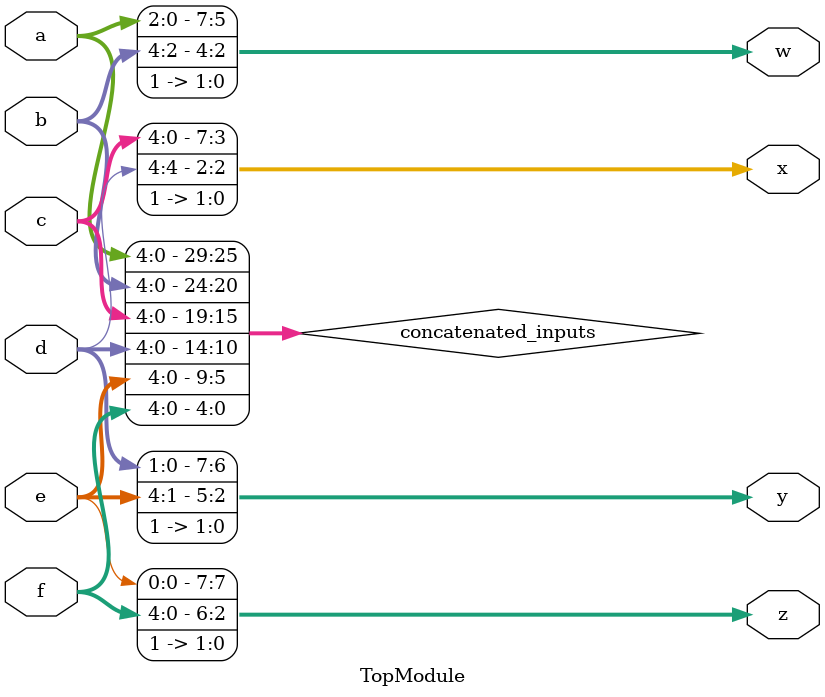
<source format=sv>
module TopModule (
    input  logic [4:0] a,
    input  logic [4:0] b,
    input  logic [4:0] c,
    input  logic [4:0] d,
    input  logic [4:0] e,
    input  logic [4:0] f,
    output logic [7:0] w,
    output logic [7:0] x,
    output logic [7:0] y,
    output logic [7:0] z
);
    logic [29:0] concatenated_inputs;

    assign concatenated_inputs = {a, b, c, d, e, f};

    assign w = {concatenated_inputs[29:22], 2'b11}; // w = bits 29 to 22 + 11
    assign x = {concatenated_inputs[21:14], 2'b11}; // x = bits 21 to 14 + 11
    assign y = {concatenated_inputs[13:6], 2'b11};  // y = bits 13 to 6 + 11
    assign z = {concatenated_inputs[5:0], 2'b11};   // z = bits 5 to 0 + 11
endmodule
</source>
